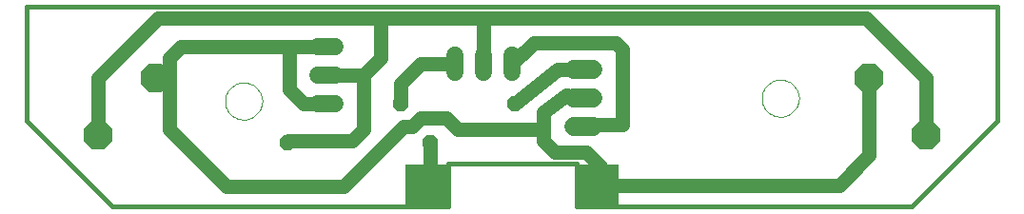
<source format=gtl>
G75*
%MOIN*%
%OFA0B0*%
%FSLAX24Y24*%
%IPPOS*%
%LPD*%
%AMOC8*
5,1,8,0,0,1.08239X$1,22.5*
%
%ADD10C,0.0160*%
%ADD11C,0.0660*%
%ADD12C,0.0000*%
%ADD13OC8,0.0520*%
%ADD14C,0.0600*%
%ADD15R,0.1500X0.1500*%
%ADD16OC8,0.1000*%
%ADD17C,0.0500*%
D10*
X000180Y003180D02*
X003180Y000180D01*
X014930Y000180D01*
X014930Y001680D01*
X019430Y001680D01*
X019430Y000180D01*
X031180Y000180D01*
X034180Y003180D01*
X034180Y007180D01*
X000180Y007180D01*
X000180Y003180D01*
D11*
X019350Y002980D02*
X020010Y002980D01*
X020010Y003980D02*
X019350Y003980D01*
X019350Y004980D02*
X020010Y004980D01*
D12*
X025930Y003980D02*
X025932Y004030D01*
X025938Y004080D01*
X025948Y004130D01*
X025961Y004178D01*
X025978Y004226D01*
X025999Y004272D01*
X026023Y004316D01*
X026051Y004358D01*
X026082Y004398D01*
X026116Y004435D01*
X026153Y004470D01*
X026192Y004501D01*
X026233Y004530D01*
X026277Y004555D01*
X026323Y004577D01*
X026370Y004595D01*
X026418Y004609D01*
X026467Y004620D01*
X026517Y004627D01*
X026567Y004630D01*
X026618Y004629D01*
X026668Y004624D01*
X026718Y004615D01*
X026766Y004603D01*
X026814Y004586D01*
X026860Y004566D01*
X026905Y004543D01*
X026948Y004516D01*
X026988Y004486D01*
X027026Y004453D01*
X027061Y004417D01*
X027094Y004378D01*
X027123Y004337D01*
X027149Y004294D01*
X027172Y004249D01*
X027191Y004202D01*
X027206Y004154D01*
X027218Y004105D01*
X027226Y004055D01*
X027230Y004005D01*
X027230Y003955D01*
X027226Y003905D01*
X027218Y003855D01*
X027206Y003806D01*
X027191Y003758D01*
X027172Y003711D01*
X027149Y003666D01*
X027123Y003623D01*
X027094Y003582D01*
X027061Y003543D01*
X027026Y003507D01*
X026988Y003474D01*
X026948Y003444D01*
X026905Y003417D01*
X026860Y003394D01*
X026814Y003374D01*
X026766Y003357D01*
X026718Y003345D01*
X026668Y003336D01*
X026618Y003331D01*
X026567Y003330D01*
X026517Y003333D01*
X026467Y003340D01*
X026418Y003351D01*
X026370Y003365D01*
X026323Y003383D01*
X026277Y003405D01*
X026233Y003430D01*
X026192Y003459D01*
X026153Y003490D01*
X026116Y003525D01*
X026082Y003562D01*
X026051Y003602D01*
X026023Y003644D01*
X025999Y003688D01*
X025978Y003734D01*
X025961Y003782D01*
X025948Y003830D01*
X025938Y003880D01*
X025932Y003930D01*
X025930Y003980D01*
X025932Y004030D01*
X025938Y004080D01*
X025948Y004130D01*
X025961Y004178D01*
X025978Y004226D01*
X025999Y004272D01*
X026023Y004316D01*
X026051Y004358D01*
X026082Y004398D01*
X026116Y004435D01*
X026153Y004470D01*
X026192Y004501D01*
X026233Y004530D01*
X026277Y004555D01*
X026323Y004577D01*
X026370Y004595D01*
X026418Y004609D01*
X026467Y004620D01*
X026517Y004627D01*
X026567Y004630D01*
X026618Y004629D01*
X026668Y004624D01*
X026718Y004615D01*
X026766Y004603D01*
X026814Y004586D01*
X026860Y004566D01*
X026905Y004543D01*
X026948Y004516D01*
X026988Y004486D01*
X027026Y004453D01*
X027061Y004417D01*
X027094Y004378D01*
X027123Y004337D01*
X027149Y004294D01*
X027172Y004249D01*
X027191Y004202D01*
X027206Y004154D01*
X027218Y004105D01*
X027226Y004055D01*
X027230Y004005D01*
X027230Y003955D01*
X027226Y003905D01*
X027218Y003855D01*
X027206Y003806D01*
X027191Y003758D01*
X027172Y003711D01*
X027149Y003666D01*
X027123Y003623D01*
X027094Y003582D01*
X027061Y003543D01*
X027026Y003507D01*
X026988Y003474D01*
X026948Y003444D01*
X026905Y003417D01*
X026860Y003394D01*
X026814Y003374D01*
X026766Y003357D01*
X026718Y003345D01*
X026668Y003336D01*
X026618Y003331D01*
X026567Y003330D01*
X026517Y003333D01*
X026467Y003340D01*
X026418Y003351D01*
X026370Y003365D01*
X026323Y003383D01*
X026277Y003405D01*
X026233Y003430D01*
X026192Y003459D01*
X026153Y003490D01*
X026116Y003525D01*
X026082Y003562D01*
X026051Y003602D01*
X026023Y003644D01*
X025999Y003688D01*
X025978Y003734D01*
X025961Y003782D01*
X025948Y003830D01*
X025938Y003880D01*
X025932Y003930D01*
X025930Y003980D01*
X007130Y003880D02*
X007132Y003930D01*
X007138Y003980D01*
X007148Y004030D01*
X007161Y004078D01*
X007178Y004126D01*
X007199Y004172D01*
X007223Y004216D01*
X007251Y004258D01*
X007282Y004298D01*
X007316Y004335D01*
X007353Y004370D01*
X007392Y004401D01*
X007433Y004430D01*
X007477Y004455D01*
X007523Y004477D01*
X007570Y004495D01*
X007618Y004509D01*
X007667Y004520D01*
X007717Y004527D01*
X007767Y004530D01*
X007818Y004529D01*
X007868Y004524D01*
X007918Y004515D01*
X007966Y004503D01*
X008014Y004486D01*
X008060Y004466D01*
X008105Y004443D01*
X008148Y004416D01*
X008188Y004386D01*
X008226Y004353D01*
X008261Y004317D01*
X008294Y004278D01*
X008323Y004237D01*
X008349Y004194D01*
X008372Y004149D01*
X008391Y004102D01*
X008406Y004054D01*
X008418Y004005D01*
X008426Y003955D01*
X008430Y003905D01*
X008430Y003855D01*
X008426Y003805D01*
X008418Y003755D01*
X008406Y003706D01*
X008391Y003658D01*
X008372Y003611D01*
X008349Y003566D01*
X008323Y003523D01*
X008294Y003482D01*
X008261Y003443D01*
X008226Y003407D01*
X008188Y003374D01*
X008148Y003344D01*
X008105Y003317D01*
X008060Y003294D01*
X008014Y003274D01*
X007966Y003257D01*
X007918Y003245D01*
X007868Y003236D01*
X007818Y003231D01*
X007767Y003230D01*
X007717Y003233D01*
X007667Y003240D01*
X007618Y003251D01*
X007570Y003265D01*
X007523Y003283D01*
X007477Y003305D01*
X007433Y003330D01*
X007392Y003359D01*
X007353Y003390D01*
X007316Y003425D01*
X007282Y003462D01*
X007251Y003502D01*
X007223Y003544D01*
X007199Y003588D01*
X007178Y003634D01*
X007161Y003682D01*
X007148Y003730D01*
X007138Y003780D01*
X007132Y003830D01*
X007130Y003880D01*
D13*
X013280Y003780D03*
X017280Y003780D03*
X014305Y002430D03*
X009305Y002430D03*
D14*
X010380Y003780D02*
X010980Y003780D01*
X010980Y004780D02*
X010380Y004780D01*
X010380Y005780D02*
X010980Y005780D01*
X015180Y005480D02*
X015180Y004880D01*
X016180Y004880D02*
X016180Y005480D01*
X017180Y005480D02*
X017180Y004880D01*
D15*
X014180Y000930D03*
X020180Y000930D03*
D16*
X031680Y002680D03*
X029680Y004680D03*
X004680Y004680D03*
X002680Y002680D03*
D17*
X002680Y004680D01*
X004780Y006780D01*
X012580Y006780D01*
X012580Y005380D01*
X011980Y004780D01*
X011980Y002880D01*
X011580Y002480D01*
X009355Y002480D01*
X009305Y002430D01*
X011280Y000880D02*
X013380Y002980D01*
X013680Y002980D01*
X013980Y003280D01*
X014880Y003280D01*
X015280Y002880D01*
X018280Y002880D01*
X018280Y002480D01*
X018680Y002080D01*
X019780Y002080D01*
X020280Y001580D01*
X020280Y001380D01*
X020280Y001080D01*
X020380Y000980D01*
X020230Y000980D01*
X020180Y000930D01*
X020180Y001280D01*
X020280Y001380D01*
X020180Y000930D02*
X028630Y000930D01*
X029680Y001980D01*
X029680Y004680D01*
X031680Y004680D02*
X031680Y002680D01*
X031680Y004680D02*
X029580Y006780D01*
X016180Y006780D01*
X016180Y005180D01*
X015180Y005180D02*
X013980Y005180D01*
X013280Y004480D01*
X013280Y003780D01*
X010680Y003780D02*
X009880Y003780D01*
X009380Y004280D01*
X009380Y005780D01*
X010680Y005780D01*
X009380Y005780D02*
X005580Y005780D01*
X005180Y005380D01*
X005180Y004680D01*
X004680Y004680D01*
X005180Y004680D02*
X005180Y002880D01*
X007180Y000880D01*
X011280Y000880D01*
X014180Y000930D02*
X014305Y001305D01*
X014305Y002430D01*
X018280Y002880D02*
X018280Y003480D01*
X019080Y004080D01*
X019680Y003980D01*
X018780Y004980D02*
X017280Y003780D01*
X019680Y002980D02*
X019705Y003055D01*
X021055Y003055D01*
X021055Y005680D01*
X020805Y005930D01*
X017930Y005930D01*
X017180Y005180D01*
X018780Y004980D02*
X019680Y004980D01*
X011980Y004780D02*
X010680Y004780D01*
X012580Y006780D02*
X016180Y006780D01*
M02*

</source>
